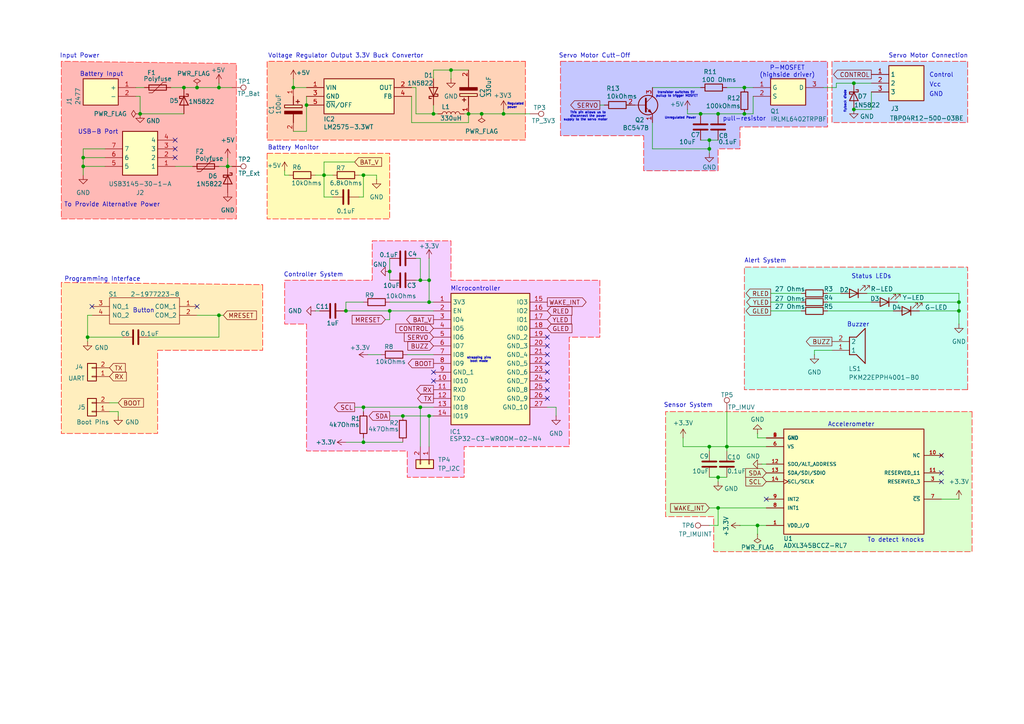
<source format=kicad_sch>
(kicad_sch (version 20250114) (generator "eeschema") (generator_version "9.0")
  (paper "A4")
  (title_block (title "KnockLockSchematic") (date "2025-11-02") (rev "2.1") (company "HSRW") (comment 1 "Group 04"))
  (text "Voltage Regulator Output 3.3V Buck Convertor\n" (at 77.724 16.256 0) (effects (font (size 1.27 1.27)) (justify left)))
  (text "Vcc\n" (at 271.272 24.638 0) (effects (font (size 1.27 1.27))))
  (text "Battery Input" (at 29.464 21.59 0) (effects (font (size 1.27 1.27))))
  (text "P-MOSFET\n(highside driver)\n" (at 228.346 20.828 0) (effects (font (size 1.27 1.27))))
  (text "Controller System\n\n" (at 90.932 80.772 0) (effects (font (size 1.27 1.27))))
  (text "To detect knocks" (at 259.842 156.718 0) (effects (font (size 1.27 1.27))))
  (text "Control\n" (at 273.05 21.844 0) (effects (font (size 1.27 1.27))))
  (text "Button" (at 41.656 90.17 0) (effects (font (size 1.27 1.27))))
  (text "Programming Interface" (at 29.718 81.026 0) (effects (font (size 1.27 1.27))))
  (text "flyback diode" (at 245.11 29.464 90) (effects (font (size 0.635 0.635))))
  (text "strapping pins\nboot mode" (at 138.938 104.394 0) (effects (font (size 0.635 0.635))))
  (text "Unregulated Power" (at 197.358 34.29 0) (effects (font (size 0.635 0.635))))
  (text "Servo Motor Cutt-Off\n" (at 172.466 16.256 0) (effects (font (size 1.27 1.27))))
  (text "Regulated \npower" (at 147.066 30.734 0) (effects (font (size 0.635 0.635)) (justify left)))
  (text "Sensor System" (at 199.644 117.602 0) (effects (font (size 1.27 1.27))))
  (text "GND\n" (at 271.526 27.432 0) (effects (font (size 1.27 1.27))))
  (text "Buzzer\n" (at 248.92 94.234 0) (effects (font (size 1.27 1.27))))
  (text "transistor switches 5V \npullup to trigger MOSFET" (at 196.342 27.432 0) (effects (font (size 0.635 0.635))))
  (text "Alert System" (at 221.996 75.692 0) (effects (font (size 1.27 1.27))))
  (text "Servo Motor Connection\n" (at 269.24 16.256 0) (effects (font (size 1.27 1.27))))
  (text "This pin allows us to \ndisconnect the power \nsupply to the servo motor" (at 176.276 33.782 0) (effects (font (size 0.635 0.635)) (justify right)))
  (text "Input Power" (at 23.114 16.256 0) (effects (font (size 1.27 1.27))))
  (text "Microcontroller" (at 137.922 83.82 0) (effects (font (size 1.27 1.27))))
  (text "Accelerometer" (at 246.888 123.19 0) (effects (font (size 1.27 1.27))))
  (text "Battery Monitor" (at 85.09 42.926 0) (effects (font (size 1.27 1.27))))
  (text "Status LEDs" (at 252.73 80.264 0) (effects (font (size 1.27 1.27))))
  (text "To Provide Alternative Power" (at 32.512 59.436 0) (effects (font (size 1.27 1.27))))
  (text "USB-B Port" (at 28.448 38.354 0) (effects (font (size 1.27 1.27))))
  (text "pull-resistor" (at 215.9 34.544 0) (effects (font (size 1.27 1.27))))
  (junction (at 116.84 120.65))
  (junction (at 278.13 87.63))
  (junction (at 57.15 25.4))
  (junction (at 40.64 33.02))
  (junction (at 139.7 33.02))
  (junction (at 121.92 81.28))
  (junction (at 24.13 48.26))
  (junction (at 208.28 33.02))
  (junction (at 105.41 128.27))
  (junction (at 219.71 152.4))
  (junction (at 88.9 30.48))
  (junction (at 124.46 81.28))
  (junction (at 85.09 25.4))
  (junction (at 247.65 31.75))
  (junction (at 66.04 48.26))
  (junction (at 208.28 138.43))
  (junction (at 105.41 50.8))
  (junction (at 63.5 91.44))
  (junction (at 278.13 90.17))
  (junction (at 105.41 118.11))
  (junction (at 24.13 45.72))
  (junction (at 25.4 97.79))
  (junction (at 146.05 33.02))
  (junction (at 93.98 50.8))
  (junction (at 63.5 25.4))
  (junction (at 130.81 20.32))
  (junction (at 100.33 90.17))
  (junction (at 203.2 33.02))
  (junction (at 113.03 78.74))
  (junction (at 113.03 90.17))
  (junction (at 121.92 118.11))
  (junction (at 124.46 87.63))
  (junction (at 135.89 33.02))
  (junction (at 208.28 147.32))
  (junction (at 215.9 25.4))
  (junction (at 205.74 43.18))
  (junction (at 205.74 129.54))
  (junction (at 125.73 33.02))
  (junction (at 210.82 129.54))
  (junction (at 247.65 24.13))
  (junction (at 205.74 40.64))
  (junction (at 124.46 120.65))
  (junction (at 53.34 25.4))
  (junction (at 215.9 33.02))
  (no_connect (at 158.75 97.79))
  (no_connect (at 50.8 40.64))
  (no_connect (at 158.75 110.49))
  (no_connect (at 26.67 88.9))
  (no_connect (at 273.05 137.16))
  (no_connect (at 158.75 113.03))
  (no_connect (at 125.73 107.95))
  (no_connect (at 158.75 102.87))
  (no_connect (at 125.73 110.49))
  (no_connect (at 50.8 43.18))
  (no_connect (at 273.05 132.08))
  (no_connect (at 158.75 105.41))
  (no_connect (at 158.75 100.33))
  (no_connect (at 50.8 45.72))
  (no_connect (at 158.75 107.95))
  (no_connect (at 57.15 88.9))
  (no_connect (at 222.25 144.78))
  (no_connect (at 273.05 139.7))
  (no_connect (at 158.75 115.57))
  (wire (pts (xy 25.4 97.79) (xy 35.56 97.79)))
  (wire (pts (xy 199.39 31.75) (xy 199.39 33.02)))
  (wire (pts (xy 63.5 25.4) (xy 63.5 24.13)))
  (wire (pts (xy 208.28 138.43) (xy 208.28 139.7)))
  (wire (pts (xy 240.03 85.09) (xy 243.84 85.09)))
  (wire (pts (xy 189.23 35.56) (xy 189.23 43.18)))
  (wire (pts (xy 113.03 90.17) (xy 125.73 90.17)))
  (wire (pts (xy 121.92 81.28) (xy 124.46 81.28)))
  (wire (pts (xy 215.9 25.4) (xy 218.44 25.4)))
  (wire (pts (xy 139.7 33.02) (xy 146.05 33.02)))
  (wire (pts (xy 121.92 118.11) (xy 125.73 118.11)))
  (wire (pts (xy 205.74 44.45) (xy 205.74 43.18)))
  (wire (pts (xy 85.09 38.1) (xy 88.9 38.1)))
  (wire (pts (xy 57.15 25.4) (xy 63.5 25.4)))
  (wire (pts (xy 181.61 30.48) (xy 182.88 30.48)))
  (wire (pts (xy 104.14 57.15) (xy 105.41 57.15)))
  (wire (pts (xy 208.28 138.43) (xy 210.82 138.43)))
  (wire (pts (xy 125.73 20.32) (xy 130.81 20.32)))
  (wire (pts (xy 26.67 91.44) (xy 25.4 91.44)))
  (wire (pts (xy 100.33 87.63) (xy 100.33 90.17)))
  (wire (pts (xy 40.64 33.02) (xy 53.34 33.02)))
  (wire (pts (xy 102.87 118.11) (xy 105.41 118.11)))
  (wire (pts (xy 24.13 43.18) (xy 30.48 43.18)))
  (wire (pts (xy 120.65 25.4) (xy 120.65 33.02)))
  (wire (pts (xy 105.41 127) (xy 105.41 128.27)))
  (wire (pts (xy 40.64 27.94) (xy 40.64 33.02)))
  (wire (pts (xy 242.57 24.13) (xy 247.65 24.13)))
  (wire (pts (xy 113.03 120.65) (xy 116.84 120.65)))
  (wire (pts (xy 252.73 31.75) (xy 247.65 31.75)))
  (wire (pts (xy 173.99 30.48) (xy 175.26 30.48)))
  (wire (pts (xy 82.55 49.53) (xy 82.55 50.8)))
  (wire (pts (xy 242.57 24.13) (xy 242.57 25.4)))
  (wire (pts (xy 24.13 45.72) (xy 24.13 48.26)))
  (wire (pts (xy 215.9 33.02) (xy 218.44 33.02)))
  (wire (pts (xy 25.4 97.79) (xy 25.4 99.06)))
  (wire (pts (xy 135.89 33.02) (xy 135.89 35.56)))
  (wire (pts (xy 198.12 127) (xy 198.12 129.54)))
  (wire (pts (xy 273.05 144.78) (xy 278.13 144.78)))
  (wire (pts (xy 205.74 147.32) (xy 208.28 147.32)))
  (wire (pts (xy 43.18 97.79) (xy 63.5 97.79)))
  (wire (pts (xy 64.77 91.44) (xy 63.5 91.44)))
  (wire (pts (xy 100.33 90.17) (xy 113.03 90.17)))
  (wire (pts (xy 119.38 35.56) (xy 135.89 35.56)))
  (wire (pts (xy 205.74 152.4) (xy 208.28 152.4)))
  (wire (pts (xy 203.2 33.02) (xy 208.28 33.02)))
  (wire (pts (xy 105.41 119.38) (xy 105.41 118.11)))
  (wire (pts (xy 24.13 45.72) (xy 30.48 45.72)))
  (wire (pts (xy 113.03 74.93) (xy 113.03 78.74)))
  (wire (pts (xy 189.23 43.18) (xy 205.74 43.18)))
  (wire (pts (xy 266.7 90.17) (xy 278.13 90.17)))
  (wire (pts (xy 67.31 48.26) (xy 66.04 48.26)))
  (wire (pts (xy 205.74 129.54) (xy 210.82 129.54)))
  (wire (pts (xy 208.28 147.32) (xy 222.25 147.32)))
  (wire (pts (xy 219.71 125.73) (xy 219.71 127)))
  (wire (pts (xy 161.29 118.11) (xy 161.29 120.65)))
  (wire (pts (xy 199.39 33.02) (xy 203.2 33.02)))
  (wire (pts (xy 124.46 81.28) (xy 124.46 87.63)))
  (wire (pts (xy 104.14 50.8) (xy 105.41 50.8)))
  (wire (pts (xy 53.34 25.4) (xy 57.15 25.4)))
  (wire (pts (xy 130.81 20.32) (xy 130.81 22.86)))
  (wire (pts (xy 39.37 25.4) (xy 41.91 25.4)))
  (wire (pts (xy 135.89 33.02) (xy 139.7 33.02)))
  (wire (pts (xy 100.33 128.27) (xy 105.41 128.27)))
  (wire (pts (xy 125.73 30.48) (xy 125.73 33.02)))
  (wire (pts (xy 251.46 85.09) (xy 278.13 85.09)))
  (wire (pts (xy 31.75 119.38) (xy 34.29 119.38)))
  (wire (pts (xy 102.87 46.99) (xy 93.98 46.99)))
  (wire (pts (xy 63.5 91.44) (xy 63.5 97.79)))
  (wire (pts (xy 210.82 130.81) (xy 210.82 129.54)))
  (wire (pts (xy 125.73 20.32) (xy 125.73 22.86)))
  (wire (pts (xy 219.71 152.4) (xy 222.25 152.4)))
  (wire (pts (xy 205.74 130.81) (xy 205.74 129.54)))
  (wire (pts (xy 91.44 50.8) (xy 93.98 50.8)))
  (wire (pts (xy 118.11 102.87) (xy 125.73 102.87)))
  (wire (pts (xy 124.46 120.65) (xy 124.46 129.54)))
  (wire (pts (xy 119.38 27.94) (xy 119.38 35.56)))
  (wire (pts (xy 24.13 48.26) (xy 30.48 48.26)))
  (wire (pts (xy 113.03 87.63) (xy 124.46 87.63)))
  (wire (pts (xy 210.82 119.38) (xy 210.82 129.54)))
  (wire (pts (xy 120.65 33.02) (xy 125.73 33.02)))
  (wire (pts (xy 67.31 25.4) (xy 63.5 25.4)))
  (wire (pts (xy 222.25 127) (xy 219.71 127)))
  (wire (pts (xy 223.52 90.17) (xy 232.41 90.17)))
  (wire (pts (xy 105.41 118.11) (xy 121.92 118.11)))
  (wire (pts (xy 130.81 20.32) (xy 135.89 20.32)))
  (wire (pts (xy 278.13 93.98) (xy 278.13 90.17)))
  (wire (pts (xy 121.92 81.28) (xy 121.92 74.93)))
  (wire (pts (xy 34.29 119.38) (xy 34.29 120.65)))
  (wire (pts (xy 124.46 74.93) (xy 124.46 81.28)))
  (wire (pts (xy 63.5 91.44) (xy 57.15 91.44)))
  (wire (pts (xy 146.05 31.75) (xy 146.05 33.02)))
  (wire (pts (xy 63.5 48.26) (xy 66.04 48.26)))
  (wire (pts (xy 24.13 48.26) (xy 24.13 50.8)))
  (wire (pts (xy 88.9 38.1) (xy 88.9 30.48)))
  (wire (pts (xy 85.09 22.86) (xy 85.09 25.4)))
  (wire (pts (xy 214.63 152.4) (xy 219.71 152.4)))
  (wire (pts (xy 120.65 81.28) (xy 121.92 81.28)))
  (wire (pts (xy 124.46 87.63) (xy 125.73 87.63)))
  (wire (pts (xy 105.41 128.27) (xy 116.84 128.27)))
  (wire (pts (xy 127 33.02) (xy 125.73 33.02)))
  (wire (pts (xy 34.29 116.84) (xy 31.75 116.84)))
  (wire (pts (xy 124.46 120.65) (xy 125.73 120.65)))
  (wire (pts (xy 198.12 129.54) (xy 205.74 129.54)))
  (wire (pts (xy 93.98 46.99) (xy 93.98 50.8)))
  (wire (pts (xy 93.98 57.15) (xy 93.98 50.8)))
  (wire (pts (xy 210.82 25.4) (xy 215.9 25.4)))
  (wire (pts (xy 88.9 27.94) (xy 88.9 30.48)))
  (wire (pts (xy 93.98 50.8) (xy 96.52 50.8)))
  (wire (pts (xy 109.22 50.8) (xy 109.22 52.07)))
  (wire (pts (xy 260.35 87.63) (xy 278.13 87.63)))
  (wire (pts (xy 91.44 90.17) (xy 92.71 90.17)))
  (wire (pts (xy 24.13 43.18) (xy 24.13 45.72)))
  (wire (pts (xy 189.23 25.4) (xy 203.2 25.4)))
  (wire (pts (xy 218.44 33.02) (xy 218.44 27.94)))
  (wire (pts (xy 208.28 33.02) (xy 215.9 33.02)))
  (wire (pts (xy 223.52 85.09) (xy 232.41 85.09)))
  (wire (pts (xy 96.52 57.15) (xy 93.98 57.15)))
  (wire (pts (xy 153.67 33.02) (xy 146.05 33.02)))
  (wire (pts (xy 205.74 40.64) (xy 208.28 40.64)))
  (wire (pts (xy 278.13 87.63) (xy 278.13 90.17)))
  (wire (pts (xy 25.4 91.44) (xy 25.4 97.79)))
  (wire (pts (xy 100.33 87.63) (xy 105.41 87.63)))
  (wire (pts (xy 105.41 50.8) (xy 109.22 50.8)))
  (wire (pts (xy 241.3 101.6) (xy 236.22 101.6)))
  (wire (pts (xy 113.03 81.28) (xy 113.03 78.74)))
  (wire (pts (xy 242.57 25.4) (xy 238.76 25.4)))
  (wire (pts (xy 106.68 102.87) (xy 110.49 102.87)))
  (wire (pts (xy 105.41 57.15) (xy 105.41 50.8)))
  (wire (pts (xy 158.75 118.11) (xy 161.29 118.11)))
  (wire (pts (xy 121.92 118.11) (xy 121.92 129.54)))
  (wire (pts (xy 205.74 43.18) (xy 205.74 40.64)))
  (wire (pts (xy 135.89 33.02) (xy 134.62 33.02)))
  (wire (pts (xy 220.98 134.62) (xy 222.25 134.62)))
  (wire (pts (xy 66.04 45.72) (xy 66.04 48.26)))
  (wire (pts (xy 252.73 26.67) (xy 252.73 31.75)))
  (wire (pts (xy 49.53 25.4) (xy 53.34 25.4)))
  (wire (pts (xy 40.64 27.94) (xy 39.37 27.94)))
  (wire (pts (xy 208.28 152.4) (xy 208.28 147.32)))
  (wire (pts (xy 240.03 87.63) (xy 252.73 87.63)))
  (wire (pts (xy 236.22 101.6) (xy 236.22 102.87)))
  (wire (pts (xy 210.82 129.54) (xy 222.25 129.54)))
  (wire (pts (xy 85.09 25.4) (xy 88.9 25.4)))
  (wire (pts (xy 113.03 92.71) (xy 113.03 90.17)))
  (wire (pts (xy 119.38 25.4) (xy 120.65 25.4)))
  (wire (pts (xy 111.76 92.71) (xy 113.03 92.71)))
  (wire (pts (xy 223.52 87.63) (xy 232.41 87.63)))
  (wire (pts (xy 219.71 152.4) (xy 219.71 154.94)))
  (wire (pts (xy 208.28 138.43) (xy 205.74 138.43)))
  (wire (pts (xy 247.65 24.13) (xy 252.73 24.13)))
  (wire (pts (xy 82.55 50.8) (xy 83.82 50.8)))
  (wire (pts (xy 203.2 40.64) (xy 205.74 40.64)))
  (wire (pts (xy 278.13 85.09) (xy 278.13 87.63)))
  (wire (pts (xy 50.8 48.26) (xy 55.88 48.26)))
  (wire (pts (xy 120.65 74.93) (xy 121.92 74.93)))
  (wire (pts (xy 240.03 90.17) (xy 259.08 90.17)))
  (wire (pts (xy 116.84 120.65) (xy 124.46 120.65)))
  (global_label "RLED" (shape input) (at 158.75 90.17 0) (property "Intersheetrefs" "${INTERSHEET_REFS}" (effects (hide yes))))
  (global_label "SERVO" (shape output) (at 173.99 30.48 180) (property "Intersheetrefs" "${INTERSHEET_REFS}" (effects (hide yes))))
  (global_label "BAT_V" (shape output) (at 125.73 92.71 180) (property "Intersheetrefs" "${INTERSHEET_REFS}" (effects (hide yes))))
  (global_label "SCL" (shape input) (at 222.25 139.7 180) (property "Intersheetrefs" "${INTERSHEET_REFS}" (effects (hide yes))))
  (global_label "WAKE_INT" (shape input) (at 205.74 147.32 180) (property "Intersheetrefs" "${INTERSHEET_REFS}" (effects (hide yes))))
  (global_label "RX" (shape output) (at 125.73 113.03 180) (property "Intersheetrefs" "${INTERSHEET_REFS}" (effects (hide yes))))
  (global_label "SERVO" (shape input) (at 125.73 97.79 180) (property "Intersheetrefs" "${INTERSHEET_REFS}" (effects (hide yes))))
  (global_label "CONTROL" (shape input) (at 125.73 95.25 180) (property "Intersheetrefs" "${INTERSHEET_REFS}" (effects (hide yes))))
  (global_label "MRESET" (shape input) (at 111.76 92.71 180) (property "Intersheetrefs" "${INTERSHEET_REFS}" (effects (hide yes))))
  (global_label "YLED" (shape input) (at 158.75 92.71 0) (property "Intersheetrefs" "${INTERSHEET_REFS}" (effects (hide yes))))
  (global_label "RLED" (shape output) (at 223.52 85.09 180) (property "Intersheetrefs" "${INTERSHEET_REFS}" (effects (hide yes))))
  (global_label "BOOT" (shape output) (at 125.73 105.41 180) (property "Intersheetrefs" "${INTERSHEET_REFS}" (effects (hide yes))))
  (global_label "SDA" (shape output) (at 113.03 120.65 180) (property "Intersheetrefs" "${INTERSHEET_REFS}" (effects (hide yes))))
  (global_label "TX" (shape output) (at 125.73 115.57 180) (property "Intersheetrefs" "${INTERSHEET_REFS}" (effects (hide yes))))
  (global_label "YLED" (shape output) (at 223.52 87.63 180) (property "Intersheetrefs" "${INTERSHEET_REFS}" (effects (hide yes))))
  (global_label "WAKE_INT" (shape output) (at 158.75 87.63 0) (property "Intersheetrefs" "${INTERSHEET_REFS}" (effects (hide yes))))
  (global_label "BOOT" (shape input) (at 34.29 116.84 0) (property "Intersheetrefs" "${INTERSHEET_REFS}" (effects (hide yes))))
  (global_label "SDA" (shape input) (at 222.25 137.16 180) (property "Intersheetrefs" "${INTERSHEET_REFS}" (effects (hide yes))))
  (global_label "GLED" (shape input) (at 158.75 95.25 0) (property "Intersheetrefs" "${INTERSHEET_REFS}" (effects (hide yes))))
  (global_label "MRESET" (shape input) (at 64.77 91.44 0) (property "Intersheetrefs" "${INTERSHEET_REFS}" (effects (hide yes))))
  (global_label "BUZZ" (shape output) (at 241.3 99.06 180) (property "Intersheetrefs" "${INTERSHEET_REFS}" (effects (hide yes))))
  (global_label "BUZZ" (shape input) (at 125.73 100.33 180) (property "Intersheetrefs" "${INTERSHEET_REFS}" (effects (hide yes))))
  (global_label "GLED" (shape output) (at 223.52 90.17 180) (property "Intersheetrefs" "${INTERSHEET_REFS}" (effects (hide yes))))
  (global_label "BAT_V" (shape input) (at 102.87 46.99 0) (property "Intersheetrefs" "${INTERSHEET_REFS}" (effects (hide yes))))
  (global_label "RX" (shape input) (at 31.75 109.22 0) (property "Intersheetrefs" "${INTERSHEET_REFS}" (effects (hide yes))))
  (global_label "TX" (shape input) (at 31.75 106.68 0) (property "Intersheetrefs" "${INTERSHEET_REFS}" (effects (hide yes))))
  (global_label "SCL" (shape output) (at 102.87 118.11 180) (property "Intersheetrefs" "${INTERSHEET_REFS}" (effects (hide yes))))
  (global_label "CONTROL" (shape output) (at 252.73 21.59 180) (property "Intersheetrefs" "${INTERSHEET_REFS}" (effects (hide yes))))
  (rule_area (polyline (pts (xy 17.78 17.78) (xy 17.78 63.5) (xy 68.58 63.5) (xy 68.58 18.415)) (stroke (width 0) (type dash) (color 255 29 29 1)) (fill (type color) (color 255 23 12 0.3))))
  (rule_area (polyline (pts (xy 241.3 17.78) (xy 241.3 35.56) (xy 280.67 35.56) (xy 280.67 17.78)) (stroke (width 0) (type dash)) (fill (type color) (color 74 147 255 0.3019607843))))
  (rule_area (polyline (pts (xy 162.56 17.78) (xy 240.03 17.78) (xy 240.03 36.83) (xy 214.63 36.83) (xy 214.63 43.18) (xy 208.28 43.18) (xy 208.28 49.53) (xy 186.69 49.53) (xy 186.69 39.37) (xy 162.56 39.37)) (stroke (width 0) (type dash)) (fill (type color) (color 60 67 255 0.3))))
  (rule_area (polyline (pts (xy 281.94 119.38) (xy 281.94 160.02) (xy 207.01 160.02) (xy 207.01 149.86) (xy 193.04 149.86) (xy 193.04 119.38)) (stroke (width 0) (type dash)) (fill (type color) (color 138 255 90 0.3))))
  (rule_area (polyline (pts (xy 82.55 81.28) (xy 107.95 81.28) (xy 107.95 69.85) (xy 130.81 69.85) (xy 130.81 81.28) (xy 173.99 81.28) (xy 173.99 97.79) (xy 165.1 97.79) (xy 165.1 129.54) (xy 134.62 129.54) (xy 134.62 138.43) (xy 118.11 138.43) (xy 118.11 130.81) (xy 88.9 130.81) (xy 88.9 129.54) (xy 88.9 93.98) (xy 82.55 93.98)) (stroke (width 0) (type dash)) (fill (type color) (color 217 94 255 0.3))))
  (rule_area (polyline (pts (xy 77.47 44.45) (xy 113.03 44.45) (xy 113.03 63.5) (xy 77.47 63.5)) (stroke (width 0) (type dash)) (fill (type color) (color 255 240 18 0.3))))
  (rule_area (polyline (pts (xy 76.2 82.55) (xy 76.2 101.6) (xy 45.72 101.6) (xy 45.72 125.73) (xy 17.78 125.73) (xy 17.78 123.825) (xy 17.78 81.915)) (stroke (width 0) (type dash)) (fill (type color) (color 255 196 39 0.3))))
  (rule_area (polyline (pts (xy 280.67 113.03) (xy 215.9 113.03) (xy 215.9 77.47) (xy 280.67 77.47)) (stroke (width 0) (type dash)) (fill (type color) (color 66 255 212 0.3))))
  (rule_area (polyline (pts (xy 152.4 17.78) (xy 152.4 40.64) (xy 77.47 40.64) (xy 77.47 17.78)) (stroke (width 0) (type dash)) (fill (type color) (color 255 109 17 0.3))))
  (symbol (lib_id "power:GND") (at 278.13 93.98 0) (unit 1)
    (property "Reference" "#PWR024" (effects (hide yes)))
    (property "Value" "GND" (at 278.13 99.06 0))
    (property "Description" "Power symbol creates a global label with name \"GND\" , ground" (effects (hide yes)))
  )
  (symbol (lib_id "SamacSys_Parts:EEU-FC1C101H") (at 85.09 25.4 270) (unit 1)
    (property "Reference" "C1" (at 78.74 30.48 0) (effects (justify left)))
    (property "Value" "100uF" (at 80.772 27.178 0) (effects (justify left)))
    (property "Footprint" "SamacSys_Parts:CAPPRD250W55D630H1220" (effects (hide yes)))
    (property "Datasheet" "http://industrial.panasonic.com/cdbs/www-data/pdf/RDF0000/ABA0000C1209.pdf" (effects (hide yes)))
    (property "Description" "Aluminium Electrolytic Capacitor, Radial Lead, AEC-Q200, 105?C" (effects (hide yes)))
    (property "Height" "12.2" (effects (hide yes)))
    (property "Mouser Part Number" "667-EEU-FC1C101H" (effects (hide yes)))
    (property "Mouser Price/Stock" "https://www.mouser.co.uk/ProductDetail/Panasonic/EEU-FC1C101H?qs=%2FC1U95aQ15szP%252BXx0reJVg%3D%3D" (effects (hide yes)))
    (property "Manufacturer_Name" "Panasonic" (effects (hide yes)))
    (property "Manufacturer_Part_Number" "EEU-FC1C101H" (effects (hide yes)))
  )
  (symbol (lib_id "Device:C") (at 210.82 134.62 180) (unit 1)
    (property "Reference" "C10" (at 212.852 132.588 0))
    (property "Value" "0.1uF" (at 213.614 136.652 0))
    (property "Footprint" "Capacitor_THT:C_Rect_L4.0mm_W2.5mm_P2.50mm" (effects (hide yes)))
    (property "Description" "Unpolarized capacitor" (effects (hide yes)))
  )
  (symbol (lib_id "power:+3.3V") (at 198.12 127 0) (unit 1)
    (property "Reference" "#PWR026" (effects (hide yes)))
    (property "Value" "+3.3V" (at 198.12 122.682 0))
    (property "Description" "Power symbol creates a global label with name \"+3.3V\"" (effects (hide yes)))
  )
  (symbol (lib_id "power:GND") (at 91.44 90.17 270) (unit 1)
    (property "Reference" "#PWR08" (effects (hide yes)))
    (property "Value" "GND" (at 87.63 90.1699 90) (effects (justify right)))
    (property "Description" "Power symbol creates a global label with name \"GND\" , ground" (effects (hide yes)))
  )
  (symbol (lib_id "Transistor_BJT:2N3904") (at 186.69 30.48 0) (unit 1)
    (property "Reference" "Q2" (at 184.15 34.798 0) (effects (justify left)))
    (property "Value" "BC547B" (at 180.594 37.084 0) (effects (justify left)))
    (property "Footprint" "Package_TO_SOT_THT:TO-92_HandSolder" (effects (hide yes)))
    (property "Datasheet" "https://www.onsemi.com/pub/Collateral/2N3903-D.PDF" (effects (hide yes)))
    (property "Description" "0.2A Ic, 40V Vce, Small Signal NPN Transistor, TO-92" (effects (hide yes)))
  )
  (symbol (lib_id "Device:R") (at 236.22 90.17 90) (unit 1)
    (property "Reference" "R5" (at 240.284 88.9 90))
    (property "Value" "27 Ohms" (at 229.108 88.9 90))
    (property "Footprint" "SamacSys_Parts:RESAD1590W60L630D240" (effects (hide yes)))
    (property "Description" "Resistor" (effects (hide yes)))
  )
  (symbol (lib_id "SamacSys_Parts:TBP04R12-500-03BE") (at 252.73 21.59 0) (unit 1)
    (property "Reference" "J3" (at 258.318 31.496 0) (effects (justify left)))
    (property "Value" "TBP04R12-500-03BE" (at 258.064 34.29 0) (effects (justify left)))
    (property "Footprint" "SamacSys_Parts:TBP04R1250003BE" (effects (hide yes)))
    (property "Datasheet" "https://www.sameskydevices.com/product/resource/tbp04r12-500.pdf" (effects (hide yes)))
    (property "Description" "3 Position Terminal Block Header, Male Pins, Shrouded (4 Side) 0.197\" (5.00mm) 90, Right Angle Through Hole" (effects (hide yes)))
    (property "Height" "8.8" (effects (hide yes)))
    (property "Mouser Part Number" "179-TBP04R12-50003BE" (effects (hide yes)))
    (property "Mouser Price/Stock" "https://www.mouser.co.uk/ProductDetail/CUI-Devices/TBP04R12-500-03BE?qs=TCDPyi3sCW0NaxY6tKwPhA%3D%3D" (effects (hide yes)))
    (property "Manufacturer_Name" "Same Sky" (effects (hide yes)))
    (property "Manufacturer_Part_Number" "TBP04R12-500-03BE" (effects (hide yes)))
  )
  (symbol (lib_id "power:GND") (at 25.4 99.06 0) (unit 1)
    (property "Reference" "#PWR032" (effects (hide yes)))
    (property "Value" "GND" (at 29.464 100.838 0))
    (property "Description" "Power symbol creates a global label with name \"GND\" , ground" (effects (hide yes)))
  )
  (symbol (lib_id "Device:Polyfuse") (at 45.72 25.4 90) (unit 1)
    (property "Reference" "F1" (at 43.942 21.082 90))
    (property "Value" "Polyfuse" (at 45.72 22.86 90))
    (property "Footprint" "Fuse:Fuse_BelFuse_0ZRE0012FF_L8.3mm_W3.8mm" (effects (hide yes)))
    (property "Description" "Resettable fuse, polymeric positive temperature coefficient" (effects (hide yes)))
  )
  (symbol (lib_id "Connector_Generic:Conn_01x02") (at 124.46 134.62 270) (unit 1)
    (property "Reference" "TP4" (at 127 133.3499 90) (effects (justify left)))
    (property "Value" "TP_I2C" (at 127 135.8899 90) (effects (justify left)))
    (property "Footprint" "Connector_PinHeader_2.54mm:PinHeader_1x02_P2.54mm_Vertical" (effects (hide yes)))
    (property "Description" "Generic connector, single row, 01x02, script generated (kicad-library-utils/schlib/autogen/connector/)" (effects (hide yes)))
  )
  (symbol (lib_id "power:GND") (at 109.22 52.07 0) (unit 1)
    (property "Reference" "#PWR07" (effects (hide yes)))
    (property "Value" "GND" (at 109.22 57.15 0))
    (property "Description" "Power symbol creates a global label with name \"GND\" , ground" (effects (hide yes)))
  )
  (symbol (lib_id "power:GND") (at 219.71 125.73 180) (unit 1)
    (property "Reference" "#PWR025" (effects (hide yes)))
    (property "Value" "GND" (at 219.71 121.666 0))
    (property "Description" "Power symbol creates a global label with name \"GND\" , ground" (effects (hide yes)))
  )
  (symbol (lib_id "power:GND") (at 24.13 50.8 0) (unit 1)
    (property "Reference" "#PWR09" (effects (hide yes)))
    (property "Value" "GND" (at 24.13 55.88 0))
    (property "Description" "Power symbol creates a global label with name \"GND\" , ground" (effects (hide yes)))
  )
  (symbol (lib_id "SamacSys_Parts:USB3145-30-1-A") (at 50.8 48.26 180) (unit 1)
    (property "Reference" "J2" (at 40.64 55.88 0))
    (property "Value" "USB3145-30-1-A" (at 40.64 53.34 0))
    (property "Footprint" "SamacSys_Parts:USB3145301A" (effects (hide yes)))
    (property "Datasheet" "https://gct.co/connector/usb3145" (effects (hide yes)))
    (property "Description" "GCT (GLOBAL CONNECTOR TECHNOLOGY) - USB3145-30-1-A - MICRO USB, 2.0 TYPE B, RECEPTACLE, TH" (effects (hide yes)))
    (property "Mouser Part Number" "640-USB3145-30-1-A" (effects (hide yes)))
    (property "Mouser Price/Stock" "https://www.mouser.co.uk/ProductDetail/GCT/USB3145-30-1-A?qs=KUoIvG%2F9IlYD1lvSRu5iyg%3D%3D" (effects (hide yes)))
    (property "Manufacturer_Name" "GCT (GLOBAL CONNECTOR TECHNOLOGY)" (effects (hide yes)))
    (property "Manufacturer_Part_Number" "USB3145-30-1-A" (effects (hide yes)))
  )
  (symbol (lib_id "SamacSys_Parts:PKM22EPPH4001-B0") (at 241.3 99.06 0) (unit 1)
    (property "Reference" "LS1" (at 246.126 106.934 0) (effects (justify left)))
    (property "Value" "PKM22EPPH4001-B0" (at 246.126 109.474 0) (effects (justify left)))
    (property "Footprint" "SamacSys_Parts:PKM22EPPH4001B0" (effects (hide yes)))
    (property "Datasheet" "https://www.murata.com/products/productdata/8801054064670/SPEC-PKM22EPPH4001-B0.pdf?1517839211000" (effects (hide yes)))
    (property "Description" "Buzzers Transducer, Externally Driven Piezo 1.5 V 4kHz 75dB @ 1.5V, 10cm Through Hole PC Pins" (effects (hide yes)))
    (property "Height" "10.7" (effects (hide yes)))
    (property "Mouser Part Number" "81-PKM22EPPH4001-B0" (effects (hide yes)))
    (property "Mouser Price/Stock" "https://www.mouser.co.uk/ProductDetail/Murata-Electronics/PKM22EPPH4001-B0?qs=flZjIlU0hx2Fke4m2iZ9MA%3D%3D" (effects (hide yes)))
    (property "Manufacturer_Name" "Murata Electronics" (effects (hide yes)))
    (property "Manufacturer_Part_Number" "PKM22EPPH4001-B0" (effects (hide yes)))
  )
  (symbol (lib_id "Connector:TestPoint") (at 205.74 152.4 90) (unit 1)
    (property "Reference" "TP6" (at 199.644 152.4 90))
    (property "Value" "TP_IMUINT" (at 201.676 154.94 90))
    (property "Footprint" "Connector_PinSocket_2.54mm:PinSocket_1x01_P2.54mm_Vertical" (effects (hide yes)))
    (property "Description" "test point" (effects (hide yes)))
  )
  (symbol (lib_id "power:+5V") (at 63.5 24.13 0) (unit 1)
    (property "Reference" "#PWR04" (effects (hide yes)))
    (property "Value" "+5V" (at 63.246 20.32 0))
    (property "Description" "Power symbol creates a global label with name \"+5V\"" (effects (hide yes)))
  )
  (symbol (lib_id "Device:LED") (at 247.65 85.09 180) (unit 1)
    (property "Reference" "D2" (at 244.856 84.074 0))
    (property "Value" "R-LED" (at 255.778 83.82 0))
    (property "Footprint" "LED_THT:LED_D3.0mm" (effects (hide yes)))
    (property "Description" "Light emitting diode" (effects (hide yes)))
    (property "Sim.Pins" "1=K 2=A" (effects (hide yes)))
  )
  (symbol (lib_id "Device:R") (at 207.01 25.4 90) (unit 1)
    (property "Reference" "R11" (at 205.994 20.828 90))
    (property "Value" "100 Ohms" (at 208.534 23.114 90))
    (property "Footprint" "SamacSys_Parts:RESAD1590W60L630D240" (effects (hide yes)))
    (property "Description" "Resistor" (effects (hide yes)))
  )
  (symbol (lib_id "Device:LED") (at 256.54 87.63 180) (unit 1)
    (property "Reference" "D3" (at 253.746 86.614 0))
    (property "Value" "Y-LED" (at 264.922 86.36 0))
    (property "Footprint" "LED_THT:LED_D3.0mm" (effects (hide yes)))
    (property "Description" "Light emitting diode" (effects (hide yes)))
    (property "Sim.Pins" "1=K 2=A" (effects (hide yes)))
  )
  (symbol (lib_id "power:+3.3V") (at 214.63 152.4 90) (unit 1)
    (property "Reference" "#PWR027" (effects (hide yes)))
    (property "Value" "+3.3V" (at 210.566 152.654 0))
    (property "Description" "Power symbol creates a global label with name \"+3.3V\"" (effects (hide yes)))
  )
  (symbol (lib_id "Device:C") (at 205.74 134.62 180) (unit 1)
    (property "Reference" "C9" (at 204.216 132.334 0))
    (property "Value" "10uF" (at 203.2 136.652 0))
    (property "Footprint" "Capacitor_THT:C_Radial_D5.0mm_H11.0mm_P2.00mm" (effects (hide yes)))
    (property "Description" "Unpolarized capacitor" (effects (hide yes)))
  )
  (symbol (lib_id "power:+3.3V") (at 278.13 144.78 0) (unit 1)
    (property "Reference" "#PWR028" (effects (hide yes)))
    (property "Value" "+3.3V" (at 278.13 139.7 0))
    (property "Description" "Power symbol creates a global label with name \"+3.3V\"" (effects (hide yes)))
  )
  (symbol (lib_id "Device:R") (at 87.63 50.8 90) (unit 1)
    (property "Reference" "R6" (at 86.106 48.514 90))
    (property "Value" "10kOhms" (at 88.9 53.086 90))
    (property "Footprint" "SamacSys_Parts:RESAD1590W60L630D240" (effects (hide yes)))
    (property "Description" "Resistor" (effects (hide yes)))
  )
  (symbol (lib_id "Diode:1N5822") (at 247.65 27.94 270) (unit 1)
    (property "Reference" "D7" (at 251.46 27.94 90) (effects (justify right)))
    (property "Value" "1N5822" (at 255.27 30.48 90) (effects (justify right)))
    (property "Footprint" "Diode_THT:D_DO-201AD_P15.24mm_Horizontal" (effects (hide yes)))
    (property "Datasheet" "http://www.vishay.com/docs/88526/1n5820.pdf" (effects (hide yes)))
    (property "Description" "40V 3A Schottky Barrier Rectifier Diode, DO-201AD" (effects (hide yes)))
  )
  (symbol (lib_id "Device:R") (at 105.41 123.19 180) (unit 1)
    (property "Reference" "R1" (at 103.124 121.412 0))
    (property "Value" "4k7Ohms" (at 99.822 123.19 0))
    (property "Footprint" "SamacSys_Parts:RESAD1590W60L630D240" (effects (hide yes)))
    (property "Description" "Resistor" (effects (hide yes)))
  )
  (symbol (lib_id "Device:R") (at 179.07 30.48 90) (unit 1)
    (property "Reference" "R13" (at 177.8 25.654 90))
    (property "Value" "10kOhms" (at 180.34 27.94 90))
    (property "Footprint" "SamacSys_Parts:RESAD1590W60L630D240" (effects (hide yes)))
    (property "Description" "Resistor" (effects (hide yes)))
  )
  (symbol (lib_id "Device:R") (at 100.33 50.8 90) (unit 1)
    (property "Reference" "R7" (at 98.806 48.768 90))
    (property "Value" "6.8kOhms" (at 100.33 53.086 90))
    (property "Footprint" "SamacSys_Parts:RESAD1590W60L630D240" (effects (hide yes)))
    (property "Description" "Resistor" (effects (hide yes)))
  )
  (symbol (lib_id "SamacSys_Parts:IRLML6402TRPBF") (at 218.44 25.4 0) (unit 1)
    (property "Reference" "Q1" (at 224.79 32.258 0))
    (property "Value" "IRLML6402TRPBF" (at 231.648 34.544 0))
    (property "Footprint" "SamacSys_Parts:SOT95P237X112-3N" (effects (hide yes)))
    (property "Datasheet" "http://www.infineon.com/dgdl/irlml6402pbf.pdf?fileId=5546d462533600a401535668d5c2263c" (effects (hide yes)))
    (property "Description" "MOSFET MOSFT P-Ch -3.7A 65mOhm 8nC Log Lvl" (effects (hide yes)))
    (property "Height" "1.12" (effects (hide yes)))
    (property "Mouser Part Number" "942-IRLML6402TRPBF" (effects (hide yes)))
    (property "Mouser Price/Stock" "https://www.mouser.co.uk/ProductDetail/Infineon-Technologies/IRLML6402TRPBF?qs=9%252BKlkBgLFf0HuZuONx2Ewg%3D%3D" (effects (hide yes)))
    (property "Manufacturer_Name" "Infineon" (effects (hide yes)))
    (property "Manufacturer_Part_Number" "IRLML6402TRPBF" (effects (hide yes)))
  )
  (symbol (lib_id "Connector_Generic:Conn_01x02") (at 26.67 109.22 180) (unit 1)
    (property "Reference" "J4" (at 24.13 106.426 0) (effects (justify left)))
    (property "Value" "UART" (at 24.638 109.728 0) (effects (justify left)))
    (property "Footprint" "Connector_PinHeader_2.54mm:PinHeader_1x02_P2.54mm_Vertical" (effects (hide yes)))
    (property "Description" "Generic connector, single row, 01x02, script generated (kicad-library-utils/schlib/autogen/connector/)" (effects (hide yes)))
  )
  (symbol (lib_id "Device:C") (at 116.84 81.28 90) (unit 1)
    (property "Reference" "C3" (at 119.38 82.804 90))
    (property "Value" "10uF" (at 113.538 82.804 90))
    (property "Footprint" "Capacitor_THT:C_Radial_D5.0mm_H11.0mm_P2.00mm" (effects (hide yes)))
    (property "Description" "Unpolarized capacitor" (effects (hide yes)))
  )
  (symbol (lib_id "Device:C") (at 39.37 97.79 90) (unit 1)
    (property "Reference" "C6" (at 36.322 96.774 90))
    (property "Value" "0.1uF" (at 43.434 96.774 90))
    (property "Footprint" "Capacitor_THT:C_Rect_L4.0mm_W2.5mm_P2.50mm" (effects (hide yes)))
    (property "Description" "Unpolarized capacitor" (effects (hide yes)))
  )
  (symbol (lib_id "SamacSys_Parts:LM2575-3.3WT") (at 88.9 25.4 0) (unit 1)
    (property "Reference" "IC2" (at 95.504 34.544 0))
    (property "Value" "LM2575-3.3WT" (at 101.092 36.83 0))
    (property "Footprint" "SamacSys_Parts:LM257533WT" (effects (hide yes)))
    (property "Datasheet" "https://ww1.microchip.com/downloads/en/DeviceDoc/lm2575.pdf" (effects (hide yes)))
    (property "Description" "Switching Voltage Regulators 1A Step-Down SMPS Regulator" (effects (hide yes)))
    (property "Height" "15.113" (effects (hide yes)))
    (property "Mouser Part Number" "998-LM2575-3.3WT" (effects (hide yes)))
    (property "Mouser Price/Stock" "https://www.mouser.co.uk/ProductDetail/Microchip-Technology/LM2575-3.3WT?qs=kh6iOki%2FeLFAZSEMjMNbiQ%3D%3D" (effects (hide yes)))
    (property "Manufacturer_Name" "Microchip" (effects (hide yes)))
    (property "Manufacturer_Part_Number" "LM2575-3.3WT" (effects (hide yes)))
  )
  (symbol (lib_id "power:GND") (at 247.65 31.75 0) (unit 1)
    (property "Reference" "#PWR015" (effects (hide yes)))
    (property "Value" "GND" (at 251.46 33.782 0))
    (property "Description" "Power symbol creates a global label with name \"GND\" , ground" (effects (hide yes)))
  )
  (symbol (lib_id "Connector:TestPoint") (at 153.67 33.02 270) (unit 1)
    (property "Reference" "TP3" (at 154.686 31.242 90) (effects (justify left)))
    (property "Value" "TP_3V3" (at 154.178 35.052 90) (effects (justify left)))
    (property "Footprint" "TestPoint:TestPoint_Pad_D1.5mm" (effects (hide yes)))
    (property "Description" "test point" (effects (hide yes)))
  )
  (symbol (lib_id "2-1977223-8:2-1977223-8") (at 26.67 88.9 0) (unit 1)
    (property "Reference" "S1" (at 32.766 85.344 0))
    (property "Value" "2-1977223-8" (at 44.958 85.344 0))
    (property "Footprint" "2-1977223-8:219772238" (effects (hide yes)))
    (property "Datasheet" "https://www.te.com/en/product-2-1977223-8.html" (effects (hide yes)))
    (property "Description" "Tactile Switches 6MM ACTSMT 160gf TACT SWITCH" (effects (hide yes)))
    (property "Description_1" "Tactile Switches 6MM ACTSMT 160gf TACT SWITCH" (effects (hide yes)))
    (property "Height" "13.35" (effects (hide yes)))
    (property "Mouser Part Number" "506-2-1977223-8" (effects (hide yes)))
    (property "Mouser Price/Stock" "https://www.mouser.co.uk/ProductDetail/TE-Connectivity-PB/2-1977223-8?qs=WwRK9Mn48WC%252B3bZnlicO2g%3D%3D" (effects (hide yes)))
    (property "Manufacturer_Name" "TE Connectivity" (effects (hide yes)))
    (property "Manufacturer_Part_Number" "2-1977223-8" (effects (hide yes)))
  )
  (symbol (lib_id "Connector:TestPoint") (at 67.31 25.4 270) (unit 1)
    (property "Reference" "TP1" (at 69.088 23.622 90) (effects (justify left)))
    (property "Value" "TP_Bat" (at 68.834 27.178 90) (effects (justify left)))
    (property "Footprint" "TestPoint:TestPoint_Pad_D1.5mm" (effects (hide yes)))
    (property "Description" "test point" (effects (hide yes)))
  )
  (symbol (lib_id "power:+3.3V") (at 106.68 102.87 90) (unit 1)
    (property "Reference" "#PWR031" (effects (hide yes)))
    (property "Value" "+3.3V" (at 104.394 100.838 90))
    (property "Description" "Power symbol creates a global label with name \"+3.3V\"" (effects (hide yes)))
  )
  (symbol (lib_id "SamacSys_Parts:2477") (at 39.37 27.94 180) (unit 1)
    (property "Reference" "J1" (at 20.066 28.194 90) (effects (justify left)))
    (property "Value" "2477" (at 22.606 25.4 90) (effects (justify left)))
    (property "Footprint" "SamacSys_Parts:2477" (effects (hide yes)))
    (property "Datasheet" "https://www.keyelco.com/product-pdf.cfm?p=1039" (effects (hide yes)))
    (property "Description" "Cylindrical Battery Contacts, Clips, Holders & Springs 4AA PLASTIC HOLDER" (effects (hide yes)))
    (property "Height" "17.01" (effects (hide yes)))
    (property "Mouser Part Number" "534-2477" (effects (hide yes)))
    (property "Mouser Price/Stock" "https://www.mouser.co.uk/ProductDetail/Keystone-Electronics/2477?qs=Q3RoVmURDolEbXnNenQutg%3D%3D" (effects (hide yes)))
    (property "Manufacturer_Name" "Keystone Electronics" (effects (hide yes)))
    (property "Manufacturer_Part_Number" "2477" (effects (hide yes)))
  )
  (symbol (lib_id "power:GND") (at 161.29 120.65 0) (unit 1)
    (property "Reference" "#PWR014" (effects (hide yes)))
    (property "Value" "GND" (at 161.29 125.73 0))
    (property "Description" "Power symbol creates a global label with name \"GND\" , ground" (effects (hide yes)))
  )
  (symbol (lib_id "Device:R") (at 215.9 29.21 0) (unit 1)
    (property "Reference" "R12" (at 210.82 28.448 0) (effects (justify left)))
    (property "Value" "100kOhms" (at 204.724 30.734 0) (effects (justify left)))
    (property "Footprint" "SamacSys_Parts:RESAD1590W60L630D240" (effects (hide yes)))
    (property "Description" "Resistor" (effects (hide yes)))
  )
  (symbol (lib_id "power:GND") (at 205.74 44.45 0) (unit 1)
    (property "Reference" "#PWR016" (effects (hide yes)))
    (property "Value" "GND" (at 205.74 48.514 0))
    (property "Description" "Power symbol creates a global label with name \"GND\" , ground" (effects (hide yes)))
  )
  (symbol (lib_id "power:GND") (at 40.64 33.02 0) (unit 1)
    (property "Reference" "#PWR01" (effects (hide yes)))
    (property "Value" "GND" (at 44.45 35.052 0))
    (property "Description" "Power symbol creates a global label with name \"GND\" , ground" (effects (hide yes)))
  )
  (symbol (lib_id "Diode:1N5822") (at 125.73 26.67 90) (unit 1)
    (property "Reference" "D1" (at 122.936 21.844 90) (effects (justify right)))
    (property "Value" "1N5822" (at 118.11 24.13 90) (effects (justify right)))
    (property "Footprint" "Diode_THT:D_DO-201AD_P15.24mm_Horizontal" (effects (hide yes)))
    (property "Datasheet" "http://www.vishay.com/docs/88526/1n5820.pdf" (effects (hide yes)))
    (property "Description" "40V 3A Schottky Barrier Rectifier Diode, DO-201AD" (effects (hide yes)))
  )
  (symbol (lib_id "Device:Polyfuse") (at 59.69 48.26 90) (unit 1)
    (property "Reference" "F2" (at 57.912 43.942 90))
    (property "Value" "Polyfuse" (at 60.706 45.974 90))
    (property "Footprint" "Fuse:Fuse_BelFuse_0ZRE0012FF_L8.3mm_W3.8mm" (effects (hide yes)))
    (property "Description" "Resettable fuse, polymeric positive temperature coefficient" (effects (hide yes)))
  )
  (symbol (lib_id "power:GND") (at 66.04 55.88 0) (unit 1)
    (property "Reference" "#PWR02" (effects (hide yes)))
    (property "Value" "GND" (at 66.04 60.96 0))
    (property "Description" "Power symbol creates a global label with name \"GND\" , ground" (effects (hide yes)))
  )
  (symbol (lib_id "power:PWR_FLAG") (at 40.64 33.02 90) (unit 1)
    (property "Reference" "#FLG05" (effects (hide yes)))
    (property "Value" "PWR_FLAG" (at 36.83 33.0199 90) (effects (justify left)))
    (property "Description" "Special symbol for telling ERC where power comes from" (effects (hide yes)))
  )
  (symbol (lib_id "ADXL345BCCZ-RL7:ADXL345BCCZ-RL7") (at 247.65 139.7 180) (unit 1)
    (property "Reference" "U1" (at 228.6 156.21 0))
    (property "Value" "ADXL345BCCZ-RL7" (at 236.474 158.242 0))
    (property "Footprint" "ADXL345BCCZ-RL7:PQFN80P500X300X100-14N" (effects (hide yes)))
    (property "MF" "Analog Devices" (effects (hide yes)))
    (property "SNAPEDA_PACKAGE_ID" "105924" (effects (hide yes)))
    (property "MAXIMUM_PACKAGE_HEIGHT" "1 mm" (effects (hide yes)))
    (property "Price" "None" (effects (hide yes)))
    (property "Package" "LGA -14 Analog Devices" (effects (hide yes)))
    (property "Check_prices" "https://www.snapeda.com/parts/ADXL345BCCZ-RL7/Analog+Devices/view-part/?ref=eda" (effects (hide yes)))
    (property "STANDARD" "IPC 7351B" (effects (hide yes)))
    (property "PARTREV" "B" (effects (hide yes)))
    (property "SnapEDA_Link" "https://www.snapeda.com/parts/ADXL345BCCZ-RL7/Analog+Devices/view-part/?ref=snap" (effects (hide yes)))
    (property "MP" "ADXL345BCCZ-RL7" (effects (hide yes)))
    (property "Description_1" "3-Axis, ±2 g/±4 g/±8 g/±16 g Digital Accelerometer" (effects (hide yes)))
    (property "MANUFACTURER" "Analog Devices" (effects (hide yes)))
    (property "Availability" "In Stock" (effects (hide yes)))
    (property "SNAPEDA_PN" "ADXL345BCCZ-RL7" (effects (hide yes)))
  )
  (symbol (lib_id "Device:C") (at 208.28 36.83 180) (unit 1)
    (property "Reference" "C8" (at 209.804 39.37 0))
    (property "Value" "0.1uF" (at 211.074 41.148 0))
    (property "Footprint" "Capacitor_THT:C_Rect_L4.0mm_W2.5mm_P2.50mm" (effects (hide yes)))
    (property "Description" "Unpolarized capacitor" (effects (hide yes)))
  )
  (symbol (lib_id "Connector_Generic:Conn_01x02") (at 26.67 119.38 180) (unit 1)
    (property "Reference" "J5" (at 23.622 118.11 0))
    (property "Value" "Boot Pins" (at 26.924 122.428 0))
    (property "Footprint" "Connector_PinHeader_2.54mm:PinHeader_1x02_P2.54mm_Vertical" (effects (hide yes)))
    (property "Description" "Generic connector, single row, 01x02, script generated (kicad-library-utils/schlib/autogen/connector/)" (effects (hide yes)))
  )
  (symbol (lib_id "Device:R") (at 116.84 124.46 180) (unit 1)
    (property "Reference" "R2" (at 114.3 122.682 0))
    (property "Value" "4k7Ohms" (at 111.252 124.46 0))
    (property "Footprint" "SamacSys_Parts:RESAD1590W60L630D240" (effects (hide yes)))
    (property "Description" "Resistor" (effects (hide yes)))
  )
  (symbol (lib_id "Connector:TestPoint") (at 210.82 119.38 0) (unit 1)
    (property "Reference" "TP5" (at 209.042 114.554 0) (effects (justify left)))
    (property "Value" "TP_IMUV" (at 211.074 118.11 0) (effects (justify left)))
    (property "Footprint" "TestPoint:TestPoint_Pad_D1.5mm" (effects (hide yes)))
    (property "Description" "test point" (effects (hide yes)))
  )
  (symbol (lib_id "power:+3V3") (at 146.05 31.75 0) (unit 1)
    (property "Reference" "#PWR021" (effects (hide yes)))
    (property "Value" "+3V3" (at 145.796 27.686 0))
    (property "Description" "Power symbol creates a global label with name \"+3V3\"" (effects (hide yes)))
  )
  (symbol (lib_id "Device:C") (at 116.84 74.93 90) (unit 1)
    (property "Reference" "C4" (at 119.634 73.66 90))
    (property "Value" "0.1uF" (at 112.776 73.914 90))
    (property "Footprint" "Capacitor_THT:C_Rect_L4.0mm_W2.5mm_P2.50mm" (effects (hide yes)))
    (property "Description" "Unpolarized capacitor" (effects (hide yes)))
  )
  (symbol (lib_id "power:+5V") (at 85.09 22.86 0) (unit 1)
    (property "Reference" "#PWR017" (effects (hide yes)))
    (property "Value" "+5V" (at 87.884 21.082 0))
    (property "Description" "Power symbol creates a global label with name \"+5V\"" (effects (hide yes)))
  )
  (symbol (lib_id "Device:C") (at 203.2 36.83 180) (unit 1)
    (property "Reference" "C7" (at 201.676 39.116 0))
    (property "Value" "10uF" (at 199.39 41.148 0))
    (property "Footprint" "Capacitor_THT:C_Radial_D5.0mm_H11.0mm_P2.00mm" (effects (hide yes)))
    (property "Description" "Unpolarized capacitor" (effects (hide yes)))
  )
  (symbol (lib_id "power:PWR_FLAG") (at 219.71 154.94 180) (unit 1)
    (property "Reference" "#FLG01" (effects (hide yes)))
    (property "Value" "PWR_FLAG" (at 219.71 158.75 0))
    (property "Description" "Special symbol for telling ERC where power comes from" (effects (hide yes)))
  )
  (symbol (lib_id "power:GND") (at 34.29 120.65 0) (unit 1)
    (property "Reference" "#PWR011" (effects (hide yes)))
    (property "Value" "GND" (at 38.354 122.428 0))
    (property "Description" "Power symbol creates a global label with name \"GND\" , ground" (effects (hide yes)))
  )
  (symbol (lib_id "power:GND") (at 208.28 139.7 0) (unit 1)
    (property "Reference" "#PWR05" (effects (hide yes)))
    (property "Value" "GND" (at 214.122 141.732 0) (effects (justify right)))
    (property "Description" "Power symbol creates a global label with name \"GND\" , ground" (effects (hide yes)))
  )
  (symbol (lib_id "Device:C") (at 100.33 57.15 90) (unit 1)
    (property "Reference" "C5" (at 97.028 55.88 90))
    (property "Value" "0.1uF" (at 100.33 61.214 90))
    (property "Footprint" "Capacitor_THT:C_Rect_L4.0mm_W2.5mm_P2.50mm" (effects (hide yes)))
    (property "Description" "Unpolarized capacitor" (effects (hide yes)))
  )
  (symbol (lib_id "power:GND") (at 220.98 134.62 270) (unit 1)
    (property "Reference" "#PWR06" (effects (hide yes)))
    (property "Value" "GND" (at 220.472 132.334 90) (effects (justify right)))
    (property "Description" "Power symbol creates a global label with name \"GND\" , ground" (effects (hide yes)))
  )
  (symbol (lib_id "power:+5V") (at 199.39 31.75 0) (unit 1)
    (property "Reference" "#PWR020" (effects (hide yes)))
    (property "Value" "+5V" (at 196.342 30.226 0))
    (property "Description" "Power symbol creates a global label with name \"+5V\"" (effects (hide yes)))
  )
  (symbol (lib_id "Device:R") (at 236.22 85.09 90) (unit 1)
    (property "Reference" "R3" (at 240.284 83.82 90))
    (property "Value" "27 Ohms" (at 229.108 83.82 90))
    (property "Footprint" "SamacSys_Parts:RESAD1590W60L630D240" (effects (hide yes)))
    (property "Description" "Resistor" (effects (hide yes)))
  )
  (symbol (lib_id "power:+5V") (at 82.55 49.53 0) (unit 1)
    (property "Reference" "#PWR023" (effects (hide yes)))
    (property "Value" "+5V" (at 79.502 48.006 0))
    (property "Description" "Power symbol creates a global label with name \"+5V\"" (effects (hide yes)))
  )
  (symbol (lib_id "Device:C") (at 96.52 90.17 270) (unit 1)
    (property "Reference" "C11" (at 93.472 88.9 90))
    (property "Value" "1uF" (at 96.52 93.726 90))
    (property "Footprint" "Capacitor_THT:C_Radial_D4.0mm_H7.0mm_P1.50mm" (effects (hide yes)))
    (property "Description" "Unpolarized capacitor" (effects (hide yes)))
  )
  (symbol (lib_id "Device:R") (at 236.22 87.63 90) (unit 1)
    (property "Reference" "R4" (at 240.284 86.36 90))
    (property "Value" "27 Ohms" (at 229.108 86.614 90))
    (property "Footprint" "SamacSys_Parts:RESAD1590W60L630D240" (effects (hide yes)))
    (property "Description" "Resistor" (effects (hide yes)))
  )
  (symbol (lib_id "power:GND") (at 236.22 102.87 0) (unit 1)
    (property "Reference" "#PWR013" (effects (hide yes)))
    (property "Value" "GND" (at 236.22 107.95 0))
    (property "Description" "Power symbol creates a global label with name \"GND\" , ground" (effects (hide yes)))
  )
  (symbol (lib_id "Diode:1N5822") (at 66.04 52.07 270) (unit 1)
    (property "Reference" "D6" (at 61.722 51.054 90))
    (property "Value" "1N5822" (at 60.706 53.34 90))
    (property "Footprint" "Diode_THT:D_DO-201AD_P15.24mm_Horizontal" (effects (hide yes)))
    (property "Datasheet" "http://www.vishay.com/docs/88526/1n5820.pdf" (effects (hide yes)))
    (property "Description" "40V 3A Schottky Barrier Rectifier Diode, DO-201AD" (effects (hide yes)))
  )
  (symbol (lib_id "power:+3.3V") (at 100.33 128.27 90) (unit 1)
    (property "Reference" "#PWR030" (effects (hide yes)))
    (property "Value" "+3.3V" (at 94.488 128.27 90))
    (property "Description" "Power symbol creates a global label with name \"+3.3V\"" (effects (hide yes)))
  )
  (symbol (lib_id "power:GND") (at 130.81 22.86 0) (unit 1)
    (property "Reference" "#PWR03" (effects (hide yes)))
    (property "Value" "GND" (at 130.81 27.94 0))
    (property "Description" "Power symbol creates a global label with name \"GND\" , ground" (effects (hide yes)))
  )
  (symbol (lib_id "Device:R") (at 109.22 87.63 90) (unit 1)
    (property "Reference" "R9" (at 107.188 85.598 90))
    (property "Value" "10kOhms" (at 116.332 85.852 90))
    (property "Footprint" "SamacSys_Parts:RESAD1590W60L630D240" (effects (hide yes)))
    (property "Description" "Resistor" (effects (hide yes)))
  )
  (symbol (lib_id "Device:LED") (at 262.89 90.17 180) (unit 1)
    (property "Reference" "D4" (at 260.096 89.154 0))
    (property "Value" "G-LED" (at 271.526 89.154 0))
    (property "Footprint" "LED_THT:LED_D3.0mm" (effects (hide yes)))
    (property "Description" "Light emitting diode" (effects (hide yes)))
    (property "Sim.Pins" "1=K 2=A" (effects (hide yes)))
  )
  (symbol (lib_id "Device:L") (at 130.81 33.02 90) (unit 1)
    (property "Reference" "L1" (at 129.286 30.988 90))
    (property "Value" "330uH" (at 130.81 34.29 90))
    (property "Footprint" "Inductor_THT:L_Radial_D9.5mm_P5.00mm_Fastron_07HVP" (effects (hide yes)))
    (property "Description" "Inductor" (effects (hide yes)))
  )
  (symbol (lib_id "SamacSys_Parts:ESP32-C3-WROOM-02-N4") (at 125.73 87.63 0) (unit 1)
    (property "Reference" "IC1" (at 132.08 125.222 0))
    (property "Value" "ESP32-C3-WROOM-02-N4" (at 143.764 127.254 0))
    (property "Footprint" "SamacSys_Parts:ESP32C3WROOM02N4" (effects (hide yes)))
    (property "Datasheet" "https://www.mouser.ch/datasheet/2/891/Espressif_ESP32_C3_WROOM_02-2006871.pdf" (effects (hide yes)))
    (property "Description" "WiFi Modules (802.11) (Engineering Samples) SMD module, ESP32-C3, 4MB SPI flash, PCB antenna, -40 C +85 C" (effects (hide yes)))
    (property "Height" "3.35" (effects (hide yes)))
    (property "Mouser Part Number" "356-ESP32C3WROOM02N4" (effects (hide yes)))
    (property "Mouser Price/Stock" "https://www.mouser.co.uk/ProductDetail/Espressif-Systems/ESP32-C3-WROOM-02-N4?qs=stqOd1AaK7%2FqjTZKEOgfUg%3D%3D" (effects (hide yes)))
    (property "Manufacturer_Name" "Espressif Systems" (effects (hide yes)))
    (property "Manufacturer_Part_Number" "ESP32-C3-WROOM-02-N4" (effects (hide yes)))
  )
  (symbol (lib_id "SamacSys_Parts:EEU-FR1E331") (at 135.89 33.02 90) (unit 1)
    (property "Reference" "C2" (at 139.954 25.654 0) (effects (justify right)))
    (property "Value" "330uF" (at 141.732 22.098 0) (effects (justify right)))
    (property "Footprint" "SamacSys_Parts:CAPPRD350W65D800H1300" (effects (hide yes)))
    (property "Datasheet" "http://industrial.panasonic.com/cdbs/www-data/pdf/RDF0000/ABA0000C1259.pdf" (effects (hide yes)))
    (property "Description" "Panasonic 330uF 25 V dc Aluminium Electrolytic Capacitor, FR Radial Series 6000h 8 (Dia.) x 11.5mm" (effects (hide yes)))
    (property "Height" "13" (effects (hide yes)))
    (property "Mouser Part Number" "667-EEU-FR1E331" (effects (hide yes)))
    (property "Mouser Price/Stock" "https://www.mouser.co.uk/ProductDetail/Panasonic/EEU-FR1E331?qs=Uw8ySfEHS7IWkhRa2g6NVA%3D%3D" (effects (hide yes)))
    (property "Manufacturer_Name" "Panasonic" (effects (hide yes)))
    (property "Manufacturer_Part_Number" "EEU-FR1E331" (effects (hide yes)))
  )
  (symbol (lib_id "Diode:1N5819") (at 53.34 29.21 270) (unit 1)
    (property "Reference" "D5" (at 51.816 29.21 90) (effects (justify right)))
    (property "Value" "1N5822" (at 62.23 29.464 90) (effects (justify right)))
    (property "Footprint" "Diode_THT:D_DO-201AD_P15.24mm_Horizontal" (effects (hide yes)))
    (property "Datasheet" "http://www.vishay.com/docs/88525/1n5817.pdf" (effects (hide yes)))
    (property "Description" "40V 1A Schottky Barrier Rectifier Diode, DO-41" (effects (hide yes)))
  )
  (symbol (lib_id "power:+5V") (at 66.04 45.72 0) (unit 1)
    (property "Reference" "#PWR018" (effects (hide yes)))
    (property "Value" "+5V" (at 66.04 40.64 0))
    (property "Description" "Power symbol creates a global label with name \"+5V\"" (effects (hide yes)))
  )
  (symbol (lib_id "power:PWR_FLAG") (at 57.15 25.4 0) (unit 1)
    (property "Reference" "#FLG02" (effects (hide yes)))
    (property "Value" "PWR_FLAG" (at 51.308 21.336 0) (effects (justify left)))
    (property "Description" "Special symbol for telling ERC where power comes from" (effects (hide yes)))
  )
  (symbol (lib_id "Device:R") (at 114.3 102.87 90) (unit 1)
    (property "Reference" "R8" (at 112.776 100.584 90))
    (property "Value" "10kOhms" (at 113.284 104.902 90))
    (property "Footprint" "SamacSys_Parts:RESAD1590W60L630D240" (effects (hide yes)))
    (property "Description" "Resistor" (effects (hide yes)))
  )
  (symbol (lib_id "power:+3.3V") (at 124.46 74.93 0) (unit 1)
    (property "Reference" "#PWR019" (effects (hide yes)))
    (property "Value" "+3.3V" (at 124.46 71.374 0))
    (property "Description" "Power symbol creates a global label with name \"+3.3V\"" (effects (hide yes)))
  )
  (symbol (lib_id "Connector:TestPoint") (at 67.31 48.26 270) (unit 1)
    (property "Reference" "TP2" (at 69.088 46.228 90) (effects (justify left)))
    (property "Value" "TP_Ext" (at 69.088 50.292 90) (effects (justify left)))
    (property "Footprint" "TestPoint:TestPoint_Pad_D1.5mm" (effects (hide yes)))
    (property "Description" "test point" (effects (hide yes)))
  )
  (symbol (lib_id "power:PWR_FLAG") (at 139.7 33.02 180) (unit 1)
    (property "Reference" "#FLG04" (effects (hide yes)))
    (property "Value" "PWR_FLAG" (at 139.7 38.1 0))
    (property "Description" "Special symbol for telling ERC where power comes from" (effects (hide yes)))
  )
  (symbol (lib_id "power:GND") (at 113.03 78.74 270) (unit 1)
    (property "Reference" "#PWR012" (effects (hide yes)))
    (property "Value" "GND" (at 112.268 76.708 90) (effects (justify right)))
    (property "Description" "Power symbol creates a global label with name \"GND\" , ground" (effects (hide yes)))
  )
)
</source>
